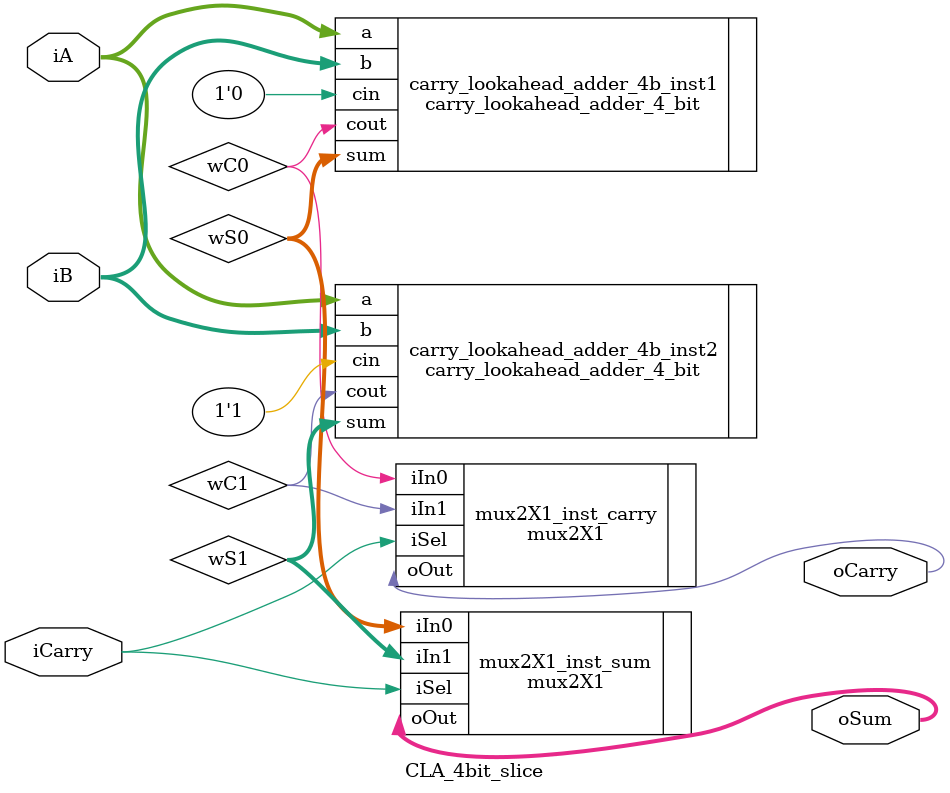
<source format=v>
module CLA_4bit_slice#(
    parameter   ADDER_WIDTH = 4
    )
    (
    input   wire [ADDER_WIDTH-1:0]  iA, iB, 
    input   wire                    iCarry,
    output  wire [ADDER_WIDTH-1:0]  oSum, 
    output  wire                    oCarry
    );
    
    wire [ADDER_WIDTH-1:0] wS0, wS1;
    wire wC0, wC1;
    
    carry_lookahead_adder_4_bit carry_lookahead_adder_4b_inst1 (
        .a( iA ), 
        .b( iB ),
        .cin( 1'b0 ),
        .sum( wS0 ),
        .cout( wC0 )
        );

    carry_lookahead_adder_4_bit carry_lookahead_adder_4b_inst2 (
        .a( iA ), 
        .b( iB ),
        .cin( 1'b1 ),
        .sum( wS1 ),
        .cout( wC1 )
        );
    
    mux2X1 #(ADDER_WIDTH) mux2X1_inst_sum(
        .iIn0( wS0 ),
        .iIn1( wS1 ),
        .iSel( iCarry ),
        .oOut( oSum )
        );
    
    mux2X1 #(1) mux2X1_inst_carry(
        .iIn0( wC0 ),
        .iIn1( wC1 ),
        .iSel( iCarry ),
        .oOut( oCarry )
        );
endmodule
</source>
